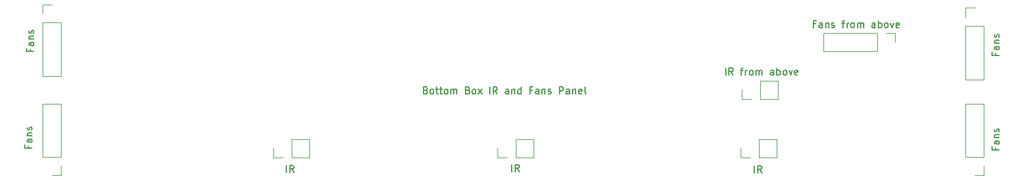
<source format=gto>
G04 #@! TF.GenerationSoftware,KiCad,Pcbnew,(6.0.7)*
G04 #@! TF.CreationDate,2023-02-20T16:15:52-05:00*
G04 #@! TF.ProjectId,IR FANS LED board,49522046-414e-4532-904c-454420626f61,rev?*
G04 #@! TF.SameCoordinates,Original*
G04 #@! TF.FileFunction,Legend,Top*
G04 #@! TF.FilePolarity,Positive*
%FSLAX46Y46*%
G04 Gerber Fmt 4.6, Leading zero omitted, Abs format (unit mm)*
G04 Created by KiCad (PCBNEW (6.0.7)) date 2023-02-20 16:15:52*
%MOMM*%
%LPD*%
G01*
G04 APERTURE LIST*
%ADD10C,0.150000*%
%ADD11C,0.120000*%
G04 APERTURE END LIST*
D10*
X122088095Y-32313571D02*
X122230952Y-32361190D01*
X122278571Y-32408809D01*
X122326190Y-32504047D01*
X122326190Y-32646904D01*
X122278571Y-32742142D01*
X122230952Y-32789761D01*
X122135714Y-32837380D01*
X121754761Y-32837380D01*
X121754761Y-31837380D01*
X122088095Y-31837380D01*
X122183333Y-31885000D01*
X122230952Y-31932619D01*
X122278571Y-32027857D01*
X122278571Y-32123095D01*
X122230952Y-32218333D01*
X122183333Y-32265952D01*
X122088095Y-32313571D01*
X121754761Y-32313571D01*
X122897619Y-32837380D02*
X122802380Y-32789761D01*
X122754761Y-32742142D01*
X122707142Y-32646904D01*
X122707142Y-32361190D01*
X122754761Y-32265952D01*
X122802380Y-32218333D01*
X122897619Y-32170714D01*
X123040476Y-32170714D01*
X123135714Y-32218333D01*
X123183333Y-32265952D01*
X123230952Y-32361190D01*
X123230952Y-32646904D01*
X123183333Y-32742142D01*
X123135714Y-32789761D01*
X123040476Y-32837380D01*
X122897619Y-32837380D01*
X123516666Y-32170714D02*
X123897619Y-32170714D01*
X123659523Y-31837380D02*
X123659523Y-32694523D01*
X123707142Y-32789761D01*
X123802380Y-32837380D01*
X123897619Y-32837380D01*
X124088095Y-32170714D02*
X124469047Y-32170714D01*
X124230952Y-31837380D02*
X124230952Y-32694523D01*
X124278571Y-32789761D01*
X124373809Y-32837380D01*
X124469047Y-32837380D01*
X124945238Y-32837380D02*
X124849999Y-32789761D01*
X124802380Y-32742142D01*
X124754761Y-32646904D01*
X124754761Y-32361190D01*
X124802380Y-32265952D01*
X124849999Y-32218333D01*
X124945238Y-32170714D01*
X125088095Y-32170714D01*
X125183333Y-32218333D01*
X125230952Y-32265952D01*
X125278571Y-32361190D01*
X125278571Y-32646904D01*
X125230952Y-32742142D01*
X125183333Y-32789761D01*
X125088095Y-32837380D01*
X124945238Y-32837380D01*
X125707142Y-32837380D02*
X125707142Y-32170714D01*
X125707142Y-32265952D02*
X125754761Y-32218333D01*
X125849999Y-32170714D01*
X125992857Y-32170714D01*
X126088095Y-32218333D01*
X126135714Y-32313571D01*
X126135714Y-32837380D01*
X126135714Y-32313571D02*
X126183333Y-32218333D01*
X126278571Y-32170714D01*
X126421428Y-32170714D01*
X126516666Y-32218333D01*
X126564285Y-32313571D01*
X126564285Y-32837380D01*
X128135714Y-32313571D02*
X128278571Y-32361190D01*
X128326190Y-32408809D01*
X128373809Y-32504047D01*
X128373809Y-32646904D01*
X128326190Y-32742142D01*
X128278571Y-32789761D01*
X128183333Y-32837380D01*
X127802380Y-32837380D01*
X127802380Y-31837380D01*
X128135714Y-31837380D01*
X128230952Y-31885000D01*
X128278571Y-31932619D01*
X128326190Y-32027857D01*
X128326190Y-32123095D01*
X128278571Y-32218333D01*
X128230952Y-32265952D01*
X128135714Y-32313571D01*
X127802380Y-32313571D01*
X128945238Y-32837380D02*
X128849999Y-32789761D01*
X128802380Y-32742142D01*
X128754761Y-32646904D01*
X128754761Y-32361190D01*
X128802380Y-32265952D01*
X128849999Y-32218333D01*
X128945238Y-32170714D01*
X129088095Y-32170714D01*
X129183333Y-32218333D01*
X129230952Y-32265952D01*
X129278571Y-32361190D01*
X129278571Y-32646904D01*
X129230952Y-32742142D01*
X129183333Y-32789761D01*
X129088095Y-32837380D01*
X128945238Y-32837380D01*
X129611904Y-32837380D02*
X130135714Y-32170714D01*
X129611904Y-32170714D02*
X130135714Y-32837380D01*
X131278571Y-32837380D02*
X131278571Y-31837380D01*
X132326190Y-32837380D02*
X131992857Y-32361190D01*
X131754761Y-32837380D02*
X131754761Y-31837380D01*
X132135714Y-31837380D01*
X132230952Y-31885000D01*
X132278571Y-31932619D01*
X132326190Y-32027857D01*
X132326190Y-32170714D01*
X132278571Y-32265952D01*
X132230952Y-32313571D01*
X132135714Y-32361190D01*
X131754761Y-32361190D01*
X133945238Y-32837380D02*
X133945238Y-32313571D01*
X133897619Y-32218333D01*
X133802380Y-32170714D01*
X133611904Y-32170714D01*
X133516666Y-32218333D01*
X133945238Y-32789761D02*
X133849999Y-32837380D01*
X133611904Y-32837380D01*
X133516666Y-32789761D01*
X133469047Y-32694523D01*
X133469047Y-32599285D01*
X133516666Y-32504047D01*
X133611904Y-32456428D01*
X133849999Y-32456428D01*
X133945238Y-32408809D01*
X134421428Y-32170714D02*
X134421428Y-32837380D01*
X134421428Y-32265952D02*
X134469047Y-32218333D01*
X134564285Y-32170714D01*
X134707142Y-32170714D01*
X134802380Y-32218333D01*
X134850000Y-32313571D01*
X134850000Y-32837380D01*
X135754761Y-32837380D02*
X135754761Y-31837380D01*
X135754761Y-32789761D02*
X135659523Y-32837380D01*
X135469047Y-32837380D01*
X135373809Y-32789761D01*
X135326190Y-32742142D01*
X135278571Y-32646904D01*
X135278571Y-32361190D01*
X135326190Y-32265952D01*
X135373809Y-32218333D01*
X135469047Y-32170714D01*
X135659523Y-32170714D01*
X135754761Y-32218333D01*
X137326190Y-32313571D02*
X136992857Y-32313571D01*
X136992857Y-32837380D02*
X136992857Y-31837380D01*
X137469047Y-31837380D01*
X138278571Y-32837380D02*
X138278571Y-32313571D01*
X138230952Y-32218333D01*
X138135714Y-32170714D01*
X137945238Y-32170714D01*
X137850000Y-32218333D01*
X138278571Y-32789761D02*
X138183333Y-32837380D01*
X137945238Y-32837380D01*
X137850000Y-32789761D01*
X137802380Y-32694523D01*
X137802380Y-32599285D01*
X137850000Y-32504047D01*
X137945238Y-32456428D01*
X138183333Y-32456428D01*
X138278571Y-32408809D01*
X138754761Y-32170714D02*
X138754761Y-32837380D01*
X138754761Y-32265952D02*
X138802380Y-32218333D01*
X138897619Y-32170714D01*
X139040476Y-32170714D01*
X139135714Y-32218333D01*
X139183333Y-32313571D01*
X139183333Y-32837380D01*
X139611904Y-32789761D02*
X139707142Y-32837380D01*
X139897619Y-32837380D01*
X139992857Y-32789761D01*
X140040476Y-32694523D01*
X140040476Y-32646904D01*
X139992857Y-32551666D01*
X139897619Y-32504047D01*
X139754761Y-32504047D01*
X139659523Y-32456428D01*
X139611904Y-32361190D01*
X139611904Y-32313571D01*
X139659523Y-32218333D01*
X139754761Y-32170714D01*
X139897619Y-32170714D01*
X139992857Y-32218333D01*
X141230952Y-32837380D02*
X141230952Y-31837380D01*
X141611904Y-31837380D01*
X141707142Y-31885000D01*
X141754761Y-31932619D01*
X141802380Y-32027857D01*
X141802380Y-32170714D01*
X141754761Y-32265952D01*
X141707142Y-32313571D01*
X141611904Y-32361190D01*
X141230952Y-32361190D01*
X142659523Y-32837380D02*
X142659523Y-32313571D01*
X142611904Y-32218333D01*
X142516666Y-32170714D01*
X142326190Y-32170714D01*
X142230952Y-32218333D01*
X142659523Y-32789761D02*
X142564285Y-32837380D01*
X142326190Y-32837380D01*
X142230952Y-32789761D01*
X142183333Y-32694523D01*
X142183333Y-32599285D01*
X142230952Y-32504047D01*
X142326190Y-32456428D01*
X142564285Y-32456428D01*
X142659523Y-32408809D01*
X143135714Y-32170714D02*
X143135714Y-32837380D01*
X143135714Y-32265952D02*
X143183333Y-32218333D01*
X143278571Y-32170714D01*
X143421428Y-32170714D01*
X143516666Y-32218333D01*
X143564285Y-32313571D01*
X143564285Y-32837380D01*
X144421428Y-32789761D02*
X144326190Y-32837380D01*
X144135714Y-32837380D01*
X144040476Y-32789761D01*
X143992857Y-32694523D01*
X143992857Y-32313571D01*
X144040476Y-32218333D01*
X144135714Y-32170714D01*
X144326190Y-32170714D01*
X144421428Y-32218333D01*
X144469047Y-32313571D01*
X144469047Y-32408809D01*
X143992857Y-32504047D01*
X145040476Y-32837380D02*
X144945238Y-32789761D01*
X144897619Y-32694523D01*
X144897619Y-31837380D01*
G04 #@! TO.C,J4*
X177893276Y-22788571D02*
X177559942Y-22788571D01*
X177559942Y-23312380D02*
X177559942Y-22312380D01*
X178036133Y-22312380D01*
X178845657Y-23312380D02*
X178845657Y-22788571D01*
X178798038Y-22693333D01*
X178702800Y-22645714D01*
X178512323Y-22645714D01*
X178417085Y-22693333D01*
X178845657Y-23264761D02*
X178750419Y-23312380D01*
X178512323Y-23312380D01*
X178417085Y-23264761D01*
X178369466Y-23169523D01*
X178369466Y-23074285D01*
X178417085Y-22979047D01*
X178512323Y-22931428D01*
X178750419Y-22931428D01*
X178845657Y-22883809D01*
X179321847Y-22645714D02*
X179321847Y-23312380D01*
X179321847Y-22740952D02*
X179369466Y-22693333D01*
X179464704Y-22645714D01*
X179607561Y-22645714D01*
X179702800Y-22693333D01*
X179750419Y-22788571D01*
X179750419Y-23312380D01*
X180178990Y-23264761D02*
X180274228Y-23312380D01*
X180464704Y-23312380D01*
X180559942Y-23264761D01*
X180607561Y-23169523D01*
X180607561Y-23121904D01*
X180559942Y-23026666D01*
X180464704Y-22979047D01*
X180321847Y-22979047D01*
X180226609Y-22931428D01*
X180178990Y-22836190D01*
X180178990Y-22788571D01*
X180226609Y-22693333D01*
X180321847Y-22645714D01*
X180464704Y-22645714D01*
X180559942Y-22693333D01*
X181655180Y-22645714D02*
X182036133Y-22645714D01*
X181798038Y-23312380D02*
X181798038Y-22455238D01*
X181845657Y-22360000D01*
X181940895Y-22312380D01*
X182036133Y-22312380D01*
X182369466Y-23312380D02*
X182369466Y-22645714D01*
X182369466Y-22836190D02*
X182417085Y-22740952D01*
X182464704Y-22693333D01*
X182559942Y-22645714D01*
X182655180Y-22645714D01*
X183131371Y-23312380D02*
X183036133Y-23264761D01*
X182988514Y-23217142D01*
X182940895Y-23121904D01*
X182940895Y-22836190D01*
X182988514Y-22740952D01*
X183036133Y-22693333D01*
X183131371Y-22645714D01*
X183274228Y-22645714D01*
X183369466Y-22693333D01*
X183417085Y-22740952D01*
X183464704Y-22836190D01*
X183464704Y-23121904D01*
X183417085Y-23217142D01*
X183369466Y-23264761D01*
X183274228Y-23312380D01*
X183131371Y-23312380D01*
X183893276Y-23312380D02*
X183893276Y-22645714D01*
X183893276Y-22740952D02*
X183940895Y-22693333D01*
X184036133Y-22645714D01*
X184178990Y-22645714D01*
X184274228Y-22693333D01*
X184321847Y-22788571D01*
X184321847Y-23312380D01*
X184321847Y-22788571D02*
X184369466Y-22693333D01*
X184464704Y-22645714D01*
X184607561Y-22645714D01*
X184702800Y-22693333D01*
X184750419Y-22788571D01*
X184750419Y-23312380D01*
X186417085Y-23312380D02*
X186417085Y-22788571D01*
X186369466Y-22693333D01*
X186274228Y-22645714D01*
X186083752Y-22645714D01*
X185988514Y-22693333D01*
X186417085Y-23264761D02*
X186321847Y-23312380D01*
X186083752Y-23312380D01*
X185988514Y-23264761D01*
X185940895Y-23169523D01*
X185940895Y-23074285D01*
X185988514Y-22979047D01*
X186083752Y-22931428D01*
X186321847Y-22931428D01*
X186417085Y-22883809D01*
X186893276Y-23312380D02*
X186893276Y-22312380D01*
X186893276Y-22693333D02*
X186988514Y-22645714D01*
X187178990Y-22645714D01*
X187274228Y-22693333D01*
X187321847Y-22740952D01*
X187369466Y-22836190D01*
X187369466Y-23121904D01*
X187321847Y-23217142D01*
X187274228Y-23264761D01*
X187178990Y-23312380D01*
X186988514Y-23312380D01*
X186893276Y-23264761D01*
X187940895Y-23312380D02*
X187845657Y-23264761D01*
X187798038Y-23217142D01*
X187750419Y-23121904D01*
X187750419Y-22836190D01*
X187798038Y-22740952D01*
X187845657Y-22693333D01*
X187940895Y-22645714D01*
X188083752Y-22645714D01*
X188178990Y-22693333D01*
X188226609Y-22740952D01*
X188274228Y-22836190D01*
X188274228Y-23121904D01*
X188226609Y-23217142D01*
X188178990Y-23264761D01*
X188083752Y-23312380D01*
X187940895Y-23312380D01*
X188607561Y-22645714D02*
X188845657Y-23312380D01*
X189083752Y-22645714D01*
X189845657Y-23264761D02*
X189750419Y-23312380D01*
X189559942Y-23312380D01*
X189464704Y-23264761D01*
X189417085Y-23169523D01*
X189417085Y-22788571D01*
X189464704Y-22693333D01*
X189559942Y-22645714D01*
X189750419Y-22645714D01*
X189845657Y-22693333D01*
X189893276Y-22788571D01*
X189893276Y-22883809D01*
X189417085Y-22979047D01*
G04 #@! TO.C,J3*
X134419800Y-43992980D02*
X134419800Y-42992980D01*
X135467419Y-43992980D02*
X135134085Y-43516790D01*
X134895990Y-43992980D02*
X134895990Y-42992980D01*
X135276942Y-42992980D01*
X135372180Y-43040600D01*
X135419800Y-43088219D01*
X135467419Y-43183457D01*
X135467419Y-43326314D01*
X135419800Y-43421552D01*
X135372180Y-43469171D01*
X135276942Y-43516790D01*
X134895990Y-43516790D01*
G04 #@! TO.C,J8*
X203636571Y-40536666D02*
X203636571Y-40870000D01*
X204160380Y-40870000D02*
X203160380Y-40870000D01*
X203160380Y-40393809D01*
X204160380Y-39584285D02*
X203636571Y-39584285D01*
X203541333Y-39631904D01*
X203493714Y-39727142D01*
X203493714Y-39917619D01*
X203541333Y-40012857D01*
X204112761Y-39584285D02*
X204160380Y-39679523D01*
X204160380Y-39917619D01*
X204112761Y-40012857D01*
X204017523Y-40060476D01*
X203922285Y-40060476D01*
X203827047Y-40012857D01*
X203779428Y-39917619D01*
X203779428Y-39679523D01*
X203731809Y-39584285D01*
X203493714Y-39108095D02*
X204160380Y-39108095D01*
X203588952Y-39108095D02*
X203541333Y-39060476D01*
X203493714Y-38965238D01*
X203493714Y-38822380D01*
X203541333Y-38727142D01*
X203636571Y-38679523D01*
X204160380Y-38679523D01*
X204112761Y-38250952D02*
X204160380Y-38155714D01*
X204160380Y-37965238D01*
X204112761Y-37870000D01*
X204017523Y-37822380D01*
X203969904Y-37822380D01*
X203874666Y-37870000D01*
X203827047Y-37965238D01*
X203827047Y-38108095D01*
X203779428Y-38203333D01*
X203684190Y-38250952D01*
X203636571Y-38250952D01*
X203541333Y-38203333D01*
X203493714Y-38108095D01*
X203493714Y-37965238D01*
X203541333Y-37870000D01*
G04 #@! TO.C,J5*
X169136200Y-44153980D02*
X169136200Y-43153980D01*
X170183819Y-44153980D02*
X169850485Y-43677790D01*
X169612390Y-44153980D02*
X169612390Y-43153980D01*
X169993342Y-43153980D01*
X170088580Y-43201600D01*
X170136200Y-43249219D01*
X170183819Y-43344457D01*
X170183819Y-43487314D01*
X170136200Y-43582552D01*
X170088580Y-43630171D01*
X169993342Y-43677790D01*
X169612390Y-43677790D01*
G04 #@! TO.C,J9*
X65206571Y-40282666D02*
X65206571Y-40616000D01*
X65730380Y-40616000D02*
X64730380Y-40616000D01*
X64730380Y-40139809D01*
X65730380Y-39330285D02*
X65206571Y-39330285D01*
X65111333Y-39377904D01*
X65063714Y-39473142D01*
X65063714Y-39663619D01*
X65111333Y-39758857D01*
X65682761Y-39330285D02*
X65730380Y-39425523D01*
X65730380Y-39663619D01*
X65682761Y-39758857D01*
X65587523Y-39806476D01*
X65492285Y-39806476D01*
X65397047Y-39758857D01*
X65349428Y-39663619D01*
X65349428Y-39425523D01*
X65301809Y-39330285D01*
X65063714Y-38854095D02*
X65730380Y-38854095D01*
X65158952Y-38854095D02*
X65111333Y-38806476D01*
X65063714Y-38711238D01*
X65063714Y-38568380D01*
X65111333Y-38473142D01*
X65206571Y-38425523D01*
X65730380Y-38425523D01*
X65682761Y-37996952D02*
X65730380Y-37901714D01*
X65730380Y-37711238D01*
X65682761Y-37616000D01*
X65587523Y-37568380D01*
X65539904Y-37568380D01*
X65444666Y-37616000D01*
X65397047Y-37711238D01*
X65397047Y-37854095D01*
X65349428Y-37949333D01*
X65254190Y-37996952D01*
X65206571Y-37996952D01*
X65111333Y-37949333D01*
X65063714Y-37854095D01*
X65063714Y-37711238D01*
X65111333Y-37616000D01*
G04 #@! TO.C,J7*
X102166800Y-44094580D02*
X102166800Y-43094580D01*
X103214419Y-44094580D02*
X102881085Y-43618390D01*
X102642990Y-44094580D02*
X102642990Y-43094580D01*
X103023942Y-43094580D01*
X103119180Y-43142200D01*
X103166800Y-43189819D01*
X103214419Y-43285057D01*
X103214419Y-43427914D01*
X103166800Y-43523152D01*
X103119180Y-43570771D01*
X103023942Y-43618390D01*
X102642990Y-43618390D01*
G04 #@! TO.C,J2*
X65460571Y-26414266D02*
X65460571Y-26747600D01*
X65984380Y-26747600D02*
X64984380Y-26747600D01*
X64984380Y-26271409D01*
X65984380Y-25461885D02*
X65460571Y-25461885D01*
X65365333Y-25509504D01*
X65317714Y-25604742D01*
X65317714Y-25795219D01*
X65365333Y-25890457D01*
X65936761Y-25461885D02*
X65984380Y-25557123D01*
X65984380Y-25795219D01*
X65936761Y-25890457D01*
X65841523Y-25938076D01*
X65746285Y-25938076D01*
X65651047Y-25890457D01*
X65603428Y-25795219D01*
X65603428Y-25557123D01*
X65555809Y-25461885D01*
X65317714Y-24985695D02*
X65984380Y-24985695D01*
X65412952Y-24985695D02*
X65365333Y-24938076D01*
X65317714Y-24842838D01*
X65317714Y-24699980D01*
X65365333Y-24604742D01*
X65460571Y-24557123D01*
X65984380Y-24557123D01*
X65936761Y-24128552D02*
X65984380Y-24033314D01*
X65984380Y-23842838D01*
X65936761Y-23747600D01*
X65841523Y-23699980D01*
X65793904Y-23699980D01*
X65698666Y-23747600D01*
X65651047Y-23842838D01*
X65651047Y-23985695D01*
X65603428Y-24080933D01*
X65508190Y-24128552D01*
X65460571Y-24128552D01*
X65365333Y-24080933D01*
X65317714Y-23985695D01*
X65317714Y-23842838D01*
X65365333Y-23747600D01*
G04 #@! TO.C,J1*
X203636571Y-26973066D02*
X203636571Y-27306400D01*
X204160380Y-27306400D02*
X203160380Y-27306400D01*
X203160380Y-26830209D01*
X204160380Y-26020685D02*
X203636571Y-26020685D01*
X203541333Y-26068304D01*
X203493714Y-26163542D01*
X203493714Y-26354019D01*
X203541333Y-26449257D01*
X204112761Y-26020685D02*
X204160380Y-26115923D01*
X204160380Y-26354019D01*
X204112761Y-26449257D01*
X204017523Y-26496876D01*
X203922285Y-26496876D01*
X203827047Y-26449257D01*
X203779428Y-26354019D01*
X203779428Y-26115923D01*
X203731809Y-26020685D01*
X203493714Y-25544495D02*
X204160380Y-25544495D01*
X203588952Y-25544495D02*
X203541333Y-25496876D01*
X203493714Y-25401638D01*
X203493714Y-25258780D01*
X203541333Y-25163542D01*
X203636571Y-25115923D01*
X204160380Y-25115923D01*
X204112761Y-24687352D02*
X204160380Y-24592114D01*
X204160380Y-24401638D01*
X204112761Y-24306400D01*
X204017523Y-24258780D01*
X203969904Y-24258780D01*
X203874666Y-24306400D01*
X203827047Y-24401638D01*
X203827047Y-24544495D01*
X203779428Y-24639733D01*
X203684190Y-24687352D01*
X203636571Y-24687352D01*
X203541333Y-24639733D01*
X203493714Y-24544495D01*
X203493714Y-24401638D01*
X203541333Y-24306400D01*
G04 #@! TO.C,J6*
X165037142Y-30119580D02*
X165037142Y-29119580D01*
X166084761Y-30119580D02*
X165751428Y-29643390D01*
X165513333Y-30119580D02*
X165513333Y-29119580D01*
X165894285Y-29119580D01*
X165989523Y-29167200D01*
X166037142Y-29214819D01*
X166084761Y-29310057D01*
X166084761Y-29452914D01*
X166037142Y-29548152D01*
X165989523Y-29595771D01*
X165894285Y-29643390D01*
X165513333Y-29643390D01*
X167132380Y-29452914D02*
X167513333Y-29452914D01*
X167275238Y-30119580D02*
X167275238Y-29262438D01*
X167322857Y-29167200D01*
X167418095Y-29119580D01*
X167513333Y-29119580D01*
X167846666Y-30119580D02*
X167846666Y-29452914D01*
X167846666Y-29643390D02*
X167894285Y-29548152D01*
X167941904Y-29500533D01*
X168037142Y-29452914D01*
X168132380Y-29452914D01*
X168608571Y-30119580D02*
X168513333Y-30071961D01*
X168465714Y-30024342D01*
X168418095Y-29929104D01*
X168418095Y-29643390D01*
X168465714Y-29548152D01*
X168513333Y-29500533D01*
X168608571Y-29452914D01*
X168751428Y-29452914D01*
X168846666Y-29500533D01*
X168894285Y-29548152D01*
X168941904Y-29643390D01*
X168941904Y-29929104D01*
X168894285Y-30024342D01*
X168846666Y-30071961D01*
X168751428Y-30119580D01*
X168608571Y-30119580D01*
X169370476Y-30119580D02*
X169370476Y-29452914D01*
X169370476Y-29548152D02*
X169418095Y-29500533D01*
X169513333Y-29452914D01*
X169656190Y-29452914D01*
X169751428Y-29500533D01*
X169799047Y-29595771D01*
X169799047Y-30119580D01*
X169799047Y-29595771D02*
X169846666Y-29500533D01*
X169941904Y-29452914D01*
X170084761Y-29452914D01*
X170180000Y-29500533D01*
X170227619Y-29595771D01*
X170227619Y-30119580D01*
X171894285Y-30119580D02*
X171894285Y-29595771D01*
X171846666Y-29500533D01*
X171751428Y-29452914D01*
X171560952Y-29452914D01*
X171465714Y-29500533D01*
X171894285Y-30071961D02*
X171799047Y-30119580D01*
X171560952Y-30119580D01*
X171465714Y-30071961D01*
X171418095Y-29976723D01*
X171418095Y-29881485D01*
X171465714Y-29786247D01*
X171560952Y-29738628D01*
X171799047Y-29738628D01*
X171894285Y-29691009D01*
X172370476Y-30119580D02*
X172370476Y-29119580D01*
X172370476Y-29500533D02*
X172465714Y-29452914D01*
X172656190Y-29452914D01*
X172751428Y-29500533D01*
X172799047Y-29548152D01*
X172846666Y-29643390D01*
X172846666Y-29929104D01*
X172799047Y-30024342D01*
X172751428Y-30071961D01*
X172656190Y-30119580D01*
X172465714Y-30119580D01*
X172370476Y-30071961D01*
X173418095Y-30119580D02*
X173322857Y-30071961D01*
X173275238Y-30024342D01*
X173227619Y-29929104D01*
X173227619Y-29643390D01*
X173275238Y-29548152D01*
X173322857Y-29500533D01*
X173418095Y-29452914D01*
X173560952Y-29452914D01*
X173656190Y-29500533D01*
X173703809Y-29548152D01*
X173751428Y-29643390D01*
X173751428Y-29929104D01*
X173703809Y-30024342D01*
X173656190Y-30071961D01*
X173560952Y-30119580D01*
X173418095Y-30119580D01*
X174084761Y-29452914D02*
X174322857Y-30119580D01*
X174560952Y-29452914D01*
X175322857Y-30071961D02*
X175227619Y-30119580D01*
X175037142Y-30119580D01*
X174941904Y-30071961D01*
X174894285Y-29976723D01*
X174894285Y-29595771D01*
X174941904Y-29500533D01*
X175037142Y-29452914D01*
X175227619Y-29452914D01*
X175322857Y-29500533D01*
X175370476Y-29595771D01*
X175370476Y-29691009D01*
X174894285Y-29786247D01*
D11*
G04 #@! TO.C,J4*
X187960000Y-24070000D02*
X189290000Y-24070000D01*
X179010000Y-24070000D02*
X179010000Y-26730000D01*
X186690000Y-24070000D02*
X179010000Y-24070000D01*
X189290000Y-24070000D02*
X189290000Y-25400000D01*
X186690000Y-26730000D02*
X179010000Y-26730000D01*
X186690000Y-24070000D02*
X186690000Y-26730000D01*
G04 #@! TO.C,J3*
X134970600Y-39310000D02*
X137570600Y-39310000D01*
X134970600Y-41970000D02*
X137570600Y-41970000D01*
X134970600Y-41970000D02*
X134970600Y-39310000D01*
X137570600Y-41970000D02*
X137570600Y-39310000D01*
X133700600Y-41970000D02*
X132370600Y-41970000D01*
X132370600Y-41970000D02*
X132370600Y-40640000D01*
G04 #@! TO.C,J8*
X201990000Y-34230000D02*
X199330000Y-34230000D01*
X201990000Y-41910000D02*
X199330000Y-41910000D01*
X201990000Y-41910000D02*
X201990000Y-34230000D01*
X201990000Y-43180000D02*
X201990000Y-44510000D01*
X201990000Y-44510000D02*
X200660000Y-44510000D01*
X199330000Y-41910000D02*
X199330000Y-34230000D01*
G04 #@! TO.C,J5*
X169768600Y-39310000D02*
X172368600Y-39310000D01*
X167168600Y-41970000D02*
X167168600Y-40640000D01*
X172368600Y-41970000D02*
X172368600Y-39310000D01*
X169768600Y-41970000D02*
X169768600Y-39310000D01*
X168498600Y-41970000D02*
X167168600Y-41970000D01*
X169768600Y-41970000D02*
X172368600Y-41970000D01*
G04 #@! TO.C,J9*
X69910000Y-34230000D02*
X67250000Y-34230000D01*
X69910000Y-41910000D02*
X69910000Y-34230000D01*
X69910000Y-41910000D02*
X67250000Y-41910000D01*
X69910000Y-44510000D02*
X68580000Y-44510000D01*
X67250000Y-41910000D02*
X67250000Y-34230000D01*
X69910000Y-43180000D02*
X69910000Y-44510000D01*
G04 #@! TO.C,J7*
X100270000Y-41970000D02*
X100270000Y-40640000D01*
X101600000Y-41970000D02*
X100270000Y-41970000D01*
X102870000Y-41970000D02*
X105470000Y-41970000D01*
X105470000Y-41970000D02*
X105470000Y-39310000D01*
X102870000Y-41970000D02*
X102870000Y-39310000D01*
X102870000Y-39310000D02*
X105470000Y-39310000D01*
G04 #@! TO.C,J2*
X67250000Y-22606000D02*
X67250000Y-30286000D01*
X67250000Y-22606000D02*
X69910000Y-22606000D01*
X67250000Y-21336000D02*
X67250000Y-20006000D01*
X69910000Y-22606000D02*
X69910000Y-30286000D01*
X67250000Y-30286000D02*
X69910000Y-30286000D01*
X67250000Y-20006000D02*
X68580000Y-20006000D01*
G04 #@! TO.C,J1*
X199330000Y-20473200D02*
X200660000Y-20473200D01*
X199330000Y-23073200D02*
X199330000Y-30753200D01*
X199330000Y-23073200D02*
X201990000Y-23073200D01*
X201990000Y-23073200D02*
X201990000Y-30753200D01*
X199330000Y-21803200D02*
X199330000Y-20473200D01*
X199330000Y-30753200D02*
X201990000Y-30753200D01*
G04 #@! TO.C,J6*
X168656000Y-33588000D02*
X167326000Y-33588000D01*
X169926000Y-33588000D02*
X172526000Y-33588000D01*
X167326000Y-33588000D02*
X167326000Y-32258000D01*
X169926000Y-30928000D02*
X172526000Y-30928000D01*
X169926000Y-33588000D02*
X169926000Y-30928000D01*
X172526000Y-33588000D02*
X172526000Y-30928000D01*
G04 #@! TD*
M02*

</source>
